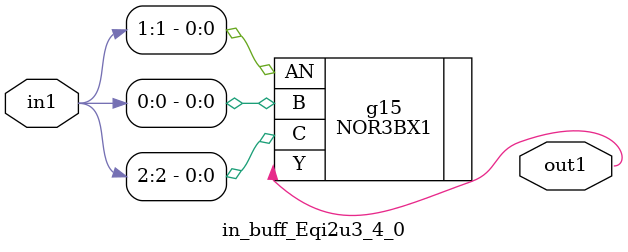
<source format=v>
`timescale 1ps / 1ps


module in_buff_Eqi2u3_4_0(in1, out1);
  input [2:0] in1;
  output out1;
  wire [2:0] in1;
  wire out1;
  NOR3BX1 g15(.AN (in1[1]), .B (in1[0]), .C (in1[2]), .Y (out1));
endmodule



</source>
